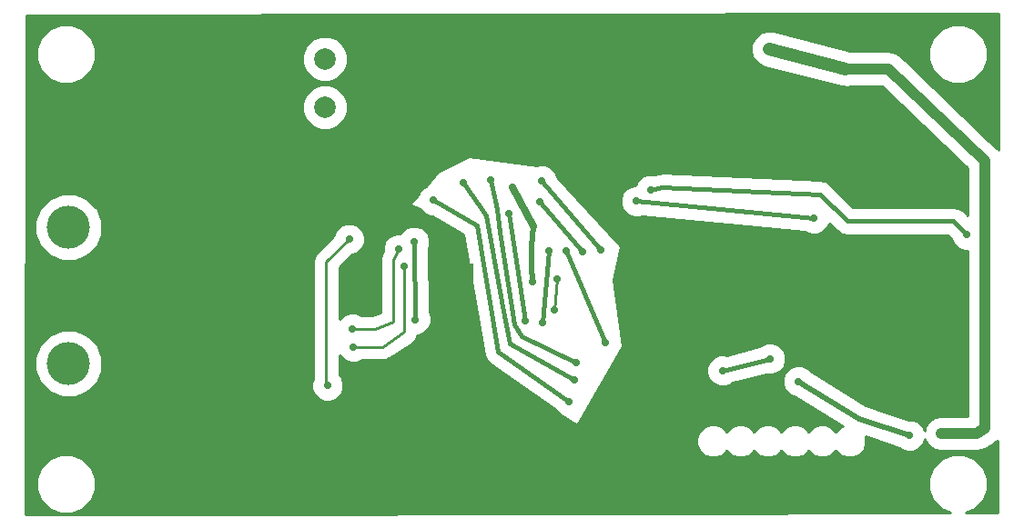
<source format=gbl>
G04 (created by PCBNEW (2013-08-24 BZR 4298)-stable) date Sat 16 Nov 2013 10:00:17 PM PST*
%MOIN*%
G04 Gerber Fmt 3.4, Leading zero omitted, Abs format*
%FSLAX34Y34*%
G01*
G70*
G90*
G04 APERTURE LIST*
%ADD10C,0.005906*%
%ADD11C,0.023622*%
%ADD12R,0.098400X0.098400*%
%ADD13C,0.157480*%
%ADD14C,0.078700*%
%ADD15C,0.027559*%
%ADD16C,0.027559*%
%ADD17C,0.019685*%
%ADD18C,0.039370*%
%ADD19C,0.047244*%
%ADD20C,0.015748*%
%ADD21C,0.009843*%
%ADD22C,0.010000*%
G04 APERTURE END LIST*
G54D10*
G54D11*
X26618Y-42019D03*
X26318Y-41719D03*
X26318Y-42319D03*
X26918Y-41719D03*
X26918Y-42319D03*
G54D12*
X26618Y-42019D03*
G54D13*
X12295Y-45200D03*
X12295Y-40200D03*
G54D14*
X21692Y-35791D03*
X21692Y-34019D03*
G54D15*
X29330Y-40153D03*
X28543Y-38716D03*
X29300Y-42200D03*
X37952Y-33661D03*
X44263Y-47763D03*
X25003Y-43582D03*
X24948Y-40736D03*
X39590Y-39870D03*
X33090Y-39240D03*
X29035Y-43622D03*
X28437Y-39708D03*
X30511Y-41062D03*
X31968Y-44429D03*
X43070Y-36500D03*
X25011Y-38610D03*
X18358Y-47059D03*
X21188Y-39149D03*
X28779Y-36082D03*
X18062Y-35464D03*
X23503Y-42952D03*
X30779Y-47940D03*
X42547Y-48905D03*
X35295Y-46799D03*
X40271Y-43110D03*
X40334Y-40948D03*
X31480Y-39437D03*
X12736Y-37224D03*
X43090Y-47834D03*
X39027Y-45846D03*
X30098Y-43232D03*
X30177Y-42106D03*
X22574Y-40629D03*
X21779Y-46000D03*
X30889Y-45165D03*
X27748Y-38472D03*
X30814Y-45787D03*
X26748Y-38547D03*
X30637Y-46586D03*
X25649Y-39208D03*
X29645Y-43700D03*
X29877Y-41062D03*
X29629Y-38488D03*
X31783Y-41031D03*
X36240Y-45452D03*
X37980Y-45019D03*
X45196Y-40468D03*
X33610Y-38830D03*
X24397Y-41007D03*
X22688Y-43921D03*
X24598Y-41637D03*
X22728Y-44582D03*
X31122Y-41082D03*
X29566Y-39271D03*
G54D16*
X28543Y-38716D02*
X29330Y-40153D01*
G54D17*
X29271Y-40905D02*
X29330Y-40153D01*
X29251Y-41620D02*
X29271Y-40905D01*
X29300Y-42200D02*
X29251Y-41620D01*
G54D18*
X40744Y-34385D02*
X42330Y-34385D01*
G54D19*
X37952Y-33661D02*
X40744Y-34385D01*
G54D18*
X45539Y-47763D02*
X44263Y-47763D01*
X45854Y-47578D02*
X45539Y-47763D01*
X45854Y-37763D02*
X45854Y-47578D01*
X42330Y-34385D02*
X45854Y-37763D01*
G54D20*
X24948Y-40736D02*
X25003Y-43582D01*
X39590Y-39870D02*
X33090Y-39240D01*
X29035Y-43622D02*
X28744Y-41854D01*
X28744Y-41854D02*
X28437Y-39708D01*
X31968Y-44429D02*
X30511Y-41062D01*
G54D17*
X25011Y-38610D02*
X25011Y-38570D01*
G54D18*
X28779Y-36082D02*
X28799Y-36062D01*
X18062Y-35464D02*
X18062Y-35523D01*
G54D16*
X23503Y-42952D02*
X23503Y-42964D01*
G54D18*
X42547Y-48905D02*
X42547Y-48885D01*
G54D20*
X35295Y-46799D02*
X35326Y-46814D01*
G54D21*
X40334Y-40948D02*
X40334Y-40940D01*
G54D18*
X12736Y-37224D02*
X12755Y-37224D01*
G54D17*
X41251Y-47232D02*
X43090Y-47834D01*
X39027Y-45846D02*
X41251Y-47232D01*
G54D21*
X30098Y-43232D02*
X30177Y-42106D01*
X21736Y-41468D02*
X22574Y-40629D01*
X21736Y-45956D02*
X21736Y-41468D01*
X21779Y-46000D02*
X21736Y-45956D01*
G54D20*
X30889Y-45165D02*
X28901Y-44208D01*
X28901Y-44208D02*
X28633Y-43751D01*
X28633Y-43751D02*
X28098Y-40362D01*
X27992Y-39515D02*
X27748Y-38472D01*
X28098Y-40362D02*
X27992Y-39515D01*
X30814Y-45787D02*
X28456Y-44476D01*
X28456Y-44476D02*
X28177Y-43094D01*
X27586Y-39759D02*
X26748Y-38547D01*
X28177Y-43094D02*
X27586Y-39759D01*
X30637Y-46586D02*
X28035Y-44775D01*
X28035Y-44775D02*
X27244Y-40114D01*
X27244Y-40114D02*
X25649Y-39208D01*
X29877Y-41062D02*
X29645Y-43700D01*
X31783Y-41031D02*
X29629Y-38488D01*
X36240Y-45452D02*
X37980Y-45019D01*
X44704Y-39976D02*
X45196Y-40468D01*
X40814Y-39976D02*
X44704Y-39976D01*
X39822Y-38984D02*
X40814Y-39976D01*
X34011Y-38724D02*
X39822Y-38984D01*
X33610Y-38830D02*
X34011Y-38724D01*
G54D21*
X23519Y-43921D02*
X22688Y-43921D01*
X24200Y-43661D02*
X23519Y-43921D01*
X24200Y-41409D02*
X24200Y-43661D01*
X24397Y-41007D02*
X24200Y-41409D01*
X23787Y-44582D02*
X22728Y-44582D01*
X24602Y-44039D02*
X23787Y-44582D01*
X24582Y-41653D02*
X24602Y-44039D01*
X24598Y-41637D02*
X24582Y-41653D01*
G54D20*
X29566Y-39271D02*
X31122Y-41082D01*
G54D10*
G36*
X46349Y-32353D02*
X46338Y-37357D01*
X46307Y-37310D01*
X46301Y-37307D01*
X46297Y-37301D01*
X45965Y-36983D01*
X45965Y-33643D01*
X45800Y-33245D01*
X45496Y-32940D01*
X45098Y-32774D01*
X44667Y-32774D01*
X44268Y-32939D01*
X43963Y-33243D01*
X43798Y-33641D01*
X43798Y-34072D01*
X43962Y-34471D01*
X44267Y-34776D01*
X44665Y-34941D01*
X45096Y-34941D01*
X45494Y-34777D01*
X45799Y-34472D01*
X45965Y-34074D01*
X45965Y-33643D01*
X45965Y-36983D01*
X42773Y-33923D01*
X42674Y-33859D01*
X42575Y-33794D01*
X42569Y-33792D01*
X42563Y-33788D01*
X42446Y-33768D01*
X42330Y-33745D01*
X40951Y-33745D01*
X40914Y-33727D01*
X38123Y-33003D01*
X37858Y-32988D01*
X37608Y-33075D01*
X37410Y-33251D01*
X37294Y-33490D01*
X37279Y-33755D01*
X37366Y-34006D01*
X37543Y-34204D01*
X37781Y-34319D01*
X40573Y-35043D01*
X40838Y-35059D01*
X40932Y-35026D01*
X42073Y-35026D01*
X45213Y-38037D01*
X45213Y-39746D01*
X45074Y-39606D01*
X44904Y-39493D01*
X44704Y-39453D01*
X41031Y-39453D01*
X40192Y-38614D01*
X40117Y-38564D01*
X40044Y-38510D01*
X40032Y-38508D01*
X40022Y-38501D01*
X39934Y-38483D01*
X39846Y-38462D01*
X34035Y-38202D01*
X33957Y-38214D01*
X33878Y-38219D01*
X33741Y-38255D01*
X33726Y-38249D01*
X33495Y-38249D01*
X33281Y-38337D01*
X33117Y-38500D01*
X33052Y-38658D01*
X32975Y-38658D01*
X32761Y-38746D01*
X32597Y-38910D01*
X32509Y-39123D01*
X32508Y-39355D01*
X32597Y-39569D01*
X32760Y-39732D01*
X32974Y-39821D01*
X33205Y-39821D01*
X33295Y-39784D01*
X39261Y-40363D01*
X39474Y-40451D01*
X39705Y-40451D01*
X39919Y-40363D01*
X40083Y-40199D01*
X40146Y-40046D01*
X40445Y-40345D01*
X40615Y-40459D01*
X40814Y-40498D01*
X44488Y-40498D01*
X44644Y-40655D01*
X44703Y-40797D01*
X44867Y-40961D01*
X45080Y-41049D01*
X45213Y-41050D01*
X45213Y-47123D01*
X44263Y-47123D01*
X44018Y-47171D01*
X43810Y-47310D01*
X43671Y-47518D01*
X43645Y-47653D01*
X43583Y-47505D01*
X43420Y-47341D01*
X43206Y-47253D01*
X43056Y-47253D01*
X41483Y-46737D01*
X39514Y-45510D01*
X39357Y-45353D01*
X39143Y-45265D01*
X38912Y-45264D01*
X38698Y-45353D01*
X38561Y-45489D01*
X38561Y-44904D01*
X38473Y-44690D01*
X38310Y-44527D01*
X38096Y-44438D01*
X37865Y-44438D01*
X37651Y-44526D01*
X37602Y-44575D01*
X36377Y-44880D01*
X36356Y-44871D01*
X36124Y-44871D01*
X35911Y-44959D01*
X35747Y-45122D01*
X35658Y-45336D01*
X35658Y-45567D01*
X35746Y-45781D01*
X35910Y-45945D01*
X36123Y-46034D01*
X36355Y-46034D01*
X36569Y-45946D01*
X36618Y-45897D01*
X37842Y-45592D01*
X37864Y-45601D01*
X38095Y-45601D01*
X38309Y-45512D01*
X38472Y-45349D01*
X38561Y-45135D01*
X38561Y-44904D01*
X38561Y-45489D01*
X38534Y-45516D01*
X38446Y-45730D01*
X38445Y-45961D01*
X38534Y-46175D01*
X38697Y-46339D01*
X38911Y-46427D01*
X38935Y-46427D01*
X40639Y-47489D01*
X40552Y-47525D01*
X40394Y-47682D01*
X40235Y-47524D01*
X40014Y-47431D01*
X39774Y-47431D01*
X39552Y-47523D01*
X39394Y-47680D01*
X39239Y-47526D01*
X39018Y-47433D01*
X38778Y-47433D01*
X38556Y-47525D01*
X38398Y-47682D01*
X38239Y-47524D01*
X38018Y-47431D01*
X37778Y-47431D01*
X37556Y-47523D01*
X37398Y-47680D01*
X37243Y-47526D01*
X37022Y-47433D01*
X36782Y-47433D01*
X36560Y-47525D01*
X36402Y-47682D01*
X36243Y-47524D01*
X36022Y-47431D01*
X35782Y-47431D01*
X35560Y-47523D01*
X35390Y-47693D01*
X35297Y-47914D01*
X35297Y-48155D01*
X35389Y-48377D01*
X35559Y-48546D01*
X35780Y-48639D01*
X36021Y-48639D01*
X36243Y-48547D01*
X36400Y-48390D01*
X36559Y-48548D01*
X36780Y-48641D01*
X37021Y-48641D01*
X37243Y-48549D01*
X37400Y-48392D01*
X37555Y-48546D01*
X37776Y-48639D01*
X38017Y-48639D01*
X38239Y-48547D01*
X38396Y-48390D01*
X38555Y-48548D01*
X38776Y-48641D01*
X39017Y-48641D01*
X39239Y-48549D01*
X39396Y-48392D01*
X39551Y-48546D01*
X39772Y-48639D01*
X40013Y-48639D01*
X40235Y-48547D01*
X40392Y-48390D01*
X40551Y-48548D01*
X40772Y-48641D01*
X41013Y-48641D01*
X41235Y-48549D01*
X41405Y-48379D01*
X41497Y-48158D01*
X41497Y-47917D01*
X41480Y-47877D01*
X42715Y-48282D01*
X42760Y-48327D01*
X42974Y-48416D01*
X43205Y-48416D01*
X43419Y-48327D01*
X43583Y-48164D01*
X43664Y-47969D01*
X43671Y-48008D01*
X43810Y-48216D01*
X44018Y-48355D01*
X44263Y-48404D01*
X45539Y-48404D01*
X45583Y-48395D01*
X45627Y-48398D01*
X45704Y-48371D01*
X45784Y-48355D01*
X45821Y-48330D01*
X45863Y-48316D01*
X46178Y-48131D01*
X46239Y-48076D01*
X46307Y-48031D01*
X46314Y-48021D01*
X46308Y-50658D01*
X45164Y-50661D01*
X45494Y-50525D01*
X45799Y-50220D01*
X45965Y-49822D01*
X45965Y-49391D01*
X45800Y-48993D01*
X45496Y-48688D01*
X45098Y-48523D01*
X44667Y-48522D01*
X44268Y-48687D01*
X43963Y-48991D01*
X43798Y-49389D01*
X43798Y-49820D01*
X43962Y-50219D01*
X44267Y-50524D01*
X44601Y-50663D01*
X32593Y-50693D01*
X32593Y-44568D01*
X32250Y-42124D01*
X32537Y-40911D01*
X30202Y-38351D01*
X30123Y-38159D01*
X29959Y-37995D01*
X29746Y-37906D01*
X29514Y-37906D01*
X29470Y-37924D01*
X26958Y-37606D01*
X25836Y-38167D01*
X25382Y-38689D01*
X25320Y-38715D01*
X25156Y-38878D01*
X25100Y-39014D01*
X24787Y-39375D01*
X25160Y-39541D01*
X25319Y-39701D01*
X25533Y-39790D01*
X25615Y-39790D01*
X26770Y-40446D01*
X27520Y-44863D01*
X27521Y-44865D01*
X27521Y-44867D01*
X27557Y-44960D01*
X27573Y-45002D01*
X27579Y-45058D01*
X27635Y-45099D01*
X27664Y-45129D01*
X27733Y-45201D01*
X27735Y-45202D01*
X27737Y-45204D01*
X28955Y-46052D01*
X30141Y-46909D01*
X30144Y-46915D01*
X30307Y-47079D01*
X30471Y-47147D01*
X30909Y-47463D01*
X32593Y-44568D01*
X32593Y-50693D01*
X25585Y-50711D01*
X25585Y-43467D01*
X25521Y-43311D01*
X25476Y-40982D01*
X25530Y-40852D01*
X25530Y-40621D01*
X25442Y-40407D01*
X25278Y-40243D01*
X25064Y-40154D01*
X24833Y-40154D01*
X24619Y-40242D01*
X24456Y-40406D01*
X24447Y-40426D01*
X24282Y-40426D01*
X24068Y-40514D01*
X23904Y-40678D01*
X23816Y-40891D01*
X23816Y-41074D01*
X23758Y-41192D01*
X23754Y-41207D01*
X23745Y-41220D01*
X23729Y-41300D01*
X23708Y-41378D01*
X23710Y-41393D01*
X23707Y-41409D01*
X23707Y-43321D01*
X23428Y-43428D01*
X23018Y-43428D01*
X22805Y-43339D01*
X22573Y-43339D01*
X22360Y-43428D01*
X22229Y-43558D01*
X22229Y-41672D01*
X22690Y-41211D01*
X22903Y-41123D01*
X23067Y-40959D01*
X23156Y-40746D01*
X23156Y-40514D01*
X23068Y-40300D01*
X22904Y-40137D01*
X22690Y-40048D01*
X22530Y-40048D01*
X22530Y-35625D01*
X22530Y-33853D01*
X22403Y-33546D01*
X22167Y-33310D01*
X21860Y-33182D01*
X21527Y-33182D01*
X21219Y-33309D01*
X20983Y-33544D01*
X20855Y-33852D01*
X20855Y-34185D01*
X20982Y-34493D01*
X21218Y-34728D01*
X21525Y-34856D01*
X21858Y-34856D01*
X22166Y-34729D01*
X22402Y-34494D01*
X22529Y-34186D01*
X22530Y-33853D01*
X22530Y-35625D01*
X22403Y-35318D01*
X22167Y-35082D01*
X21860Y-34954D01*
X21527Y-34954D01*
X21219Y-35081D01*
X20983Y-35316D01*
X20855Y-35624D01*
X20855Y-35957D01*
X20982Y-36265D01*
X21218Y-36500D01*
X21525Y-36628D01*
X21858Y-36628D01*
X22166Y-36501D01*
X22402Y-36266D01*
X22529Y-35958D01*
X22530Y-35625D01*
X22530Y-40048D01*
X22459Y-40048D01*
X22245Y-40136D01*
X22082Y-40300D01*
X21993Y-40513D01*
X21993Y-40514D01*
X21387Y-41119D01*
X21280Y-41279D01*
X21243Y-41468D01*
X21243Y-45775D01*
X21198Y-45883D01*
X21197Y-46115D01*
X21286Y-46328D01*
X21449Y-46492D01*
X21663Y-46581D01*
X21894Y-46581D01*
X22108Y-46493D01*
X22272Y-46329D01*
X22360Y-46116D01*
X22361Y-45884D01*
X22272Y-45671D01*
X22229Y-45627D01*
X22229Y-44897D01*
X22235Y-44911D01*
X22398Y-45075D01*
X22612Y-45164D01*
X22843Y-45164D01*
X23057Y-45075D01*
X23057Y-45075D01*
X23787Y-45075D01*
X23834Y-45066D01*
X23883Y-45066D01*
X23928Y-45047D01*
X23976Y-45038D01*
X24016Y-45011D01*
X24060Y-44992D01*
X24875Y-44449D01*
X24911Y-44413D01*
X24953Y-44385D01*
X24979Y-44346D01*
X25011Y-44313D01*
X25031Y-44266D01*
X25059Y-44224D01*
X25067Y-44178D01*
X25073Y-44164D01*
X25119Y-44164D01*
X25332Y-44075D01*
X25496Y-43912D01*
X25585Y-43698D01*
X25585Y-43467D01*
X25585Y-50711D01*
X23090Y-50717D01*
X13526Y-50717D01*
X13526Y-44956D01*
X13526Y-39956D01*
X13339Y-39504D01*
X13288Y-39453D01*
X13288Y-33643D01*
X13123Y-33245D01*
X12819Y-32940D01*
X12421Y-32774D01*
X11990Y-32774D01*
X11591Y-32939D01*
X11286Y-33243D01*
X11121Y-33641D01*
X11121Y-34072D01*
X11285Y-34471D01*
X11590Y-34776D01*
X11988Y-34941D01*
X12419Y-34941D01*
X12817Y-34777D01*
X13122Y-34472D01*
X13288Y-34074D01*
X13288Y-33643D01*
X13288Y-39453D01*
X12993Y-39157D01*
X12541Y-38969D01*
X12051Y-38969D01*
X11598Y-39156D01*
X11252Y-39502D01*
X11064Y-39954D01*
X11063Y-40444D01*
X11250Y-40897D01*
X11597Y-41243D01*
X12049Y-41431D01*
X12539Y-41432D01*
X12991Y-41245D01*
X13338Y-40899D01*
X13526Y-40446D01*
X13526Y-39956D01*
X13526Y-44956D01*
X13339Y-44504D01*
X12993Y-44157D01*
X12541Y-43969D01*
X12051Y-43969D01*
X11598Y-44156D01*
X11252Y-44502D01*
X11064Y-44954D01*
X11063Y-45444D01*
X11250Y-45897D01*
X11597Y-46243D01*
X12049Y-46431D01*
X12539Y-46432D01*
X12991Y-46245D01*
X13338Y-45899D01*
X13526Y-45446D01*
X13526Y-44956D01*
X13526Y-50717D01*
X13288Y-50717D01*
X13288Y-49391D01*
X13123Y-48993D01*
X12819Y-48688D01*
X12421Y-48523D01*
X11990Y-48522D01*
X11591Y-48687D01*
X11286Y-48991D01*
X11121Y-49389D01*
X11121Y-49820D01*
X11285Y-50219D01*
X11590Y-50524D01*
X11988Y-50689D01*
X12419Y-50689D01*
X12817Y-50525D01*
X13122Y-50220D01*
X13288Y-49822D01*
X13288Y-49391D01*
X13288Y-50717D01*
X10731Y-50717D01*
X10758Y-32419D01*
X44795Y-32353D01*
X46349Y-32353D01*
X46349Y-32353D01*
G37*
G54D22*
X46349Y-32353D02*
X46338Y-37357D01*
X46307Y-37310D01*
X46301Y-37307D01*
X46297Y-37301D01*
X45965Y-36983D01*
X45965Y-33643D01*
X45800Y-33245D01*
X45496Y-32940D01*
X45098Y-32774D01*
X44667Y-32774D01*
X44268Y-32939D01*
X43963Y-33243D01*
X43798Y-33641D01*
X43798Y-34072D01*
X43962Y-34471D01*
X44267Y-34776D01*
X44665Y-34941D01*
X45096Y-34941D01*
X45494Y-34777D01*
X45799Y-34472D01*
X45965Y-34074D01*
X45965Y-33643D01*
X45965Y-36983D01*
X42773Y-33923D01*
X42674Y-33859D01*
X42575Y-33794D01*
X42569Y-33792D01*
X42563Y-33788D01*
X42446Y-33768D01*
X42330Y-33745D01*
X40951Y-33745D01*
X40914Y-33727D01*
X38123Y-33003D01*
X37858Y-32988D01*
X37608Y-33075D01*
X37410Y-33251D01*
X37294Y-33490D01*
X37279Y-33755D01*
X37366Y-34006D01*
X37543Y-34204D01*
X37781Y-34319D01*
X40573Y-35043D01*
X40838Y-35059D01*
X40932Y-35026D01*
X42073Y-35026D01*
X45213Y-38037D01*
X45213Y-39746D01*
X45074Y-39606D01*
X44904Y-39493D01*
X44704Y-39453D01*
X41031Y-39453D01*
X40192Y-38614D01*
X40117Y-38564D01*
X40044Y-38510D01*
X40032Y-38508D01*
X40022Y-38501D01*
X39934Y-38483D01*
X39846Y-38462D01*
X34035Y-38202D01*
X33957Y-38214D01*
X33878Y-38219D01*
X33741Y-38255D01*
X33726Y-38249D01*
X33495Y-38249D01*
X33281Y-38337D01*
X33117Y-38500D01*
X33052Y-38658D01*
X32975Y-38658D01*
X32761Y-38746D01*
X32597Y-38910D01*
X32509Y-39123D01*
X32508Y-39355D01*
X32597Y-39569D01*
X32760Y-39732D01*
X32974Y-39821D01*
X33205Y-39821D01*
X33295Y-39784D01*
X39261Y-40363D01*
X39474Y-40451D01*
X39705Y-40451D01*
X39919Y-40363D01*
X40083Y-40199D01*
X40146Y-40046D01*
X40445Y-40345D01*
X40615Y-40459D01*
X40814Y-40498D01*
X44488Y-40498D01*
X44644Y-40655D01*
X44703Y-40797D01*
X44867Y-40961D01*
X45080Y-41049D01*
X45213Y-41050D01*
X45213Y-47123D01*
X44263Y-47123D01*
X44018Y-47171D01*
X43810Y-47310D01*
X43671Y-47518D01*
X43645Y-47653D01*
X43583Y-47505D01*
X43420Y-47341D01*
X43206Y-47253D01*
X43056Y-47253D01*
X41483Y-46737D01*
X39514Y-45510D01*
X39357Y-45353D01*
X39143Y-45265D01*
X38912Y-45264D01*
X38698Y-45353D01*
X38561Y-45489D01*
X38561Y-44904D01*
X38473Y-44690D01*
X38310Y-44527D01*
X38096Y-44438D01*
X37865Y-44438D01*
X37651Y-44526D01*
X37602Y-44575D01*
X36377Y-44880D01*
X36356Y-44871D01*
X36124Y-44871D01*
X35911Y-44959D01*
X35747Y-45122D01*
X35658Y-45336D01*
X35658Y-45567D01*
X35746Y-45781D01*
X35910Y-45945D01*
X36123Y-46034D01*
X36355Y-46034D01*
X36569Y-45946D01*
X36618Y-45897D01*
X37842Y-45592D01*
X37864Y-45601D01*
X38095Y-45601D01*
X38309Y-45512D01*
X38472Y-45349D01*
X38561Y-45135D01*
X38561Y-44904D01*
X38561Y-45489D01*
X38534Y-45516D01*
X38446Y-45730D01*
X38445Y-45961D01*
X38534Y-46175D01*
X38697Y-46339D01*
X38911Y-46427D01*
X38935Y-46427D01*
X40639Y-47489D01*
X40552Y-47525D01*
X40394Y-47682D01*
X40235Y-47524D01*
X40014Y-47431D01*
X39774Y-47431D01*
X39552Y-47523D01*
X39394Y-47680D01*
X39239Y-47526D01*
X39018Y-47433D01*
X38778Y-47433D01*
X38556Y-47525D01*
X38398Y-47682D01*
X38239Y-47524D01*
X38018Y-47431D01*
X37778Y-47431D01*
X37556Y-47523D01*
X37398Y-47680D01*
X37243Y-47526D01*
X37022Y-47433D01*
X36782Y-47433D01*
X36560Y-47525D01*
X36402Y-47682D01*
X36243Y-47524D01*
X36022Y-47431D01*
X35782Y-47431D01*
X35560Y-47523D01*
X35390Y-47693D01*
X35297Y-47914D01*
X35297Y-48155D01*
X35389Y-48377D01*
X35559Y-48546D01*
X35780Y-48639D01*
X36021Y-48639D01*
X36243Y-48547D01*
X36400Y-48390D01*
X36559Y-48548D01*
X36780Y-48641D01*
X37021Y-48641D01*
X37243Y-48549D01*
X37400Y-48392D01*
X37555Y-48546D01*
X37776Y-48639D01*
X38017Y-48639D01*
X38239Y-48547D01*
X38396Y-48390D01*
X38555Y-48548D01*
X38776Y-48641D01*
X39017Y-48641D01*
X39239Y-48549D01*
X39396Y-48392D01*
X39551Y-48546D01*
X39772Y-48639D01*
X40013Y-48639D01*
X40235Y-48547D01*
X40392Y-48390D01*
X40551Y-48548D01*
X40772Y-48641D01*
X41013Y-48641D01*
X41235Y-48549D01*
X41405Y-48379D01*
X41497Y-48158D01*
X41497Y-47917D01*
X41480Y-47877D01*
X42715Y-48282D01*
X42760Y-48327D01*
X42974Y-48416D01*
X43205Y-48416D01*
X43419Y-48327D01*
X43583Y-48164D01*
X43664Y-47969D01*
X43671Y-48008D01*
X43810Y-48216D01*
X44018Y-48355D01*
X44263Y-48404D01*
X45539Y-48404D01*
X45583Y-48395D01*
X45627Y-48398D01*
X45704Y-48371D01*
X45784Y-48355D01*
X45821Y-48330D01*
X45863Y-48316D01*
X46178Y-48131D01*
X46239Y-48076D01*
X46307Y-48031D01*
X46314Y-48021D01*
X46308Y-50658D01*
X45164Y-50661D01*
X45494Y-50525D01*
X45799Y-50220D01*
X45965Y-49822D01*
X45965Y-49391D01*
X45800Y-48993D01*
X45496Y-48688D01*
X45098Y-48523D01*
X44667Y-48522D01*
X44268Y-48687D01*
X43963Y-48991D01*
X43798Y-49389D01*
X43798Y-49820D01*
X43962Y-50219D01*
X44267Y-50524D01*
X44601Y-50663D01*
X32593Y-50693D01*
X32593Y-44568D01*
X32250Y-42124D01*
X32537Y-40911D01*
X30202Y-38351D01*
X30123Y-38159D01*
X29959Y-37995D01*
X29746Y-37906D01*
X29514Y-37906D01*
X29470Y-37924D01*
X26958Y-37606D01*
X25836Y-38167D01*
X25382Y-38689D01*
X25320Y-38715D01*
X25156Y-38878D01*
X25100Y-39014D01*
X24787Y-39375D01*
X25160Y-39541D01*
X25319Y-39701D01*
X25533Y-39790D01*
X25615Y-39790D01*
X26770Y-40446D01*
X27520Y-44863D01*
X27521Y-44865D01*
X27521Y-44867D01*
X27557Y-44960D01*
X27573Y-45002D01*
X27579Y-45058D01*
X27635Y-45099D01*
X27664Y-45129D01*
X27733Y-45201D01*
X27735Y-45202D01*
X27737Y-45204D01*
X28955Y-46052D01*
X30141Y-46909D01*
X30144Y-46915D01*
X30307Y-47079D01*
X30471Y-47147D01*
X30909Y-47463D01*
X32593Y-44568D01*
X32593Y-50693D01*
X25585Y-50711D01*
X25585Y-43467D01*
X25521Y-43311D01*
X25476Y-40982D01*
X25530Y-40852D01*
X25530Y-40621D01*
X25442Y-40407D01*
X25278Y-40243D01*
X25064Y-40154D01*
X24833Y-40154D01*
X24619Y-40242D01*
X24456Y-40406D01*
X24447Y-40426D01*
X24282Y-40426D01*
X24068Y-40514D01*
X23904Y-40678D01*
X23816Y-40891D01*
X23816Y-41074D01*
X23758Y-41192D01*
X23754Y-41207D01*
X23745Y-41220D01*
X23729Y-41300D01*
X23708Y-41378D01*
X23710Y-41393D01*
X23707Y-41409D01*
X23707Y-43321D01*
X23428Y-43428D01*
X23018Y-43428D01*
X22805Y-43339D01*
X22573Y-43339D01*
X22360Y-43428D01*
X22229Y-43558D01*
X22229Y-41672D01*
X22690Y-41211D01*
X22903Y-41123D01*
X23067Y-40959D01*
X23156Y-40746D01*
X23156Y-40514D01*
X23068Y-40300D01*
X22904Y-40137D01*
X22690Y-40048D01*
X22530Y-40048D01*
X22530Y-35625D01*
X22530Y-33853D01*
X22403Y-33546D01*
X22167Y-33310D01*
X21860Y-33182D01*
X21527Y-33182D01*
X21219Y-33309D01*
X20983Y-33544D01*
X20855Y-33852D01*
X20855Y-34185D01*
X20982Y-34493D01*
X21218Y-34728D01*
X21525Y-34856D01*
X21858Y-34856D01*
X22166Y-34729D01*
X22402Y-34494D01*
X22529Y-34186D01*
X22530Y-33853D01*
X22530Y-35625D01*
X22403Y-35318D01*
X22167Y-35082D01*
X21860Y-34954D01*
X21527Y-34954D01*
X21219Y-35081D01*
X20983Y-35316D01*
X20855Y-35624D01*
X20855Y-35957D01*
X20982Y-36265D01*
X21218Y-36500D01*
X21525Y-36628D01*
X21858Y-36628D01*
X22166Y-36501D01*
X22402Y-36266D01*
X22529Y-35958D01*
X22530Y-35625D01*
X22530Y-40048D01*
X22459Y-40048D01*
X22245Y-40136D01*
X22082Y-40300D01*
X21993Y-40513D01*
X21993Y-40514D01*
X21387Y-41119D01*
X21280Y-41279D01*
X21243Y-41468D01*
X21243Y-45775D01*
X21198Y-45883D01*
X21197Y-46115D01*
X21286Y-46328D01*
X21449Y-46492D01*
X21663Y-46581D01*
X21894Y-46581D01*
X22108Y-46493D01*
X22272Y-46329D01*
X22360Y-46116D01*
X22361Y-45884D01*
X22272Y-45671D01*
X22229Y-45627D01*
X22229Y-44897D01*
X22235Y-44911D01*
X22398Y-45075D01*
X22612Y-45164D01*
X22843Y-45164D01*
X23057Y-45075D01*
X23057Y-45075D01*
X23787Y-45075D01*
X23834Y-45066D01*
X23883Y-45066D01*
X23928Y-45047D01*
X23976Y-45038D01*
X24016Y-45011D01*
X24060Y-44992D01*
X24875Y-44449D01*
X24911Y-44413D01*
X24953Y-44385D01*
X24979Y-44346D01*
X25011Y-44313D01*
X25031Y-44266D01*
X25059Y-44224D01*
X25067Y-44178D01*
X25073Y-44164D01*
X25119Y-44164D01*
X25332Y-44075D01*
X25496Y-43912D01*
X25585Y-43698D01*
X25585Y-43467D01*
X25585Y-50711D01*
X23090Y-50717D01*
X13526Y-50717D01*
X13526Y-44956D01*
X13526Y-39956D01*
X13339Y-39504D01*
X13288Y-39453D01*
X13288Y-33643D01*
X13123Y-33245D01*
X12819Y-32940D01*
X12421Y-32774D01*
X11990Y-32774D01*
X11591Y-32939D01*
X11286Y-33243D01*
X11121Y-33641D01*
X11121Y-34072D01*
X11285Y-34471D01*
X11590Y-34776D01*
X11988Y-34941D01*
X12419Y-34941D01*
X12817Y-34777D01*
X13122Y-34472D01*
X13288Y-34074D01*
X13288Y-33643D01*
X13288Y-39453D01*
X12993Y-39157D01*
X12541Y-38969D01*
X12051Y-38969D01*
X11598Y-39156D01*
X11252Y-39502D01*
X11064Y-39954D01*
X11063Y-40444D01*
X11250Y-40897D01*
X11597Y-41243D01*
X12049Y-41431D01*
X12539Y-41432D01*
X12991Y-41245D01*
X13338Y-40899D01*
X13526Y-40446D01*
X13526Y-39956D01*
X13526Y-44956D01*
X13339Y-44504D01*
X12993Y-44157D01*
X12541Y-43969D01*
X12051Y-43969D01*
X11598Y-44156D01*
X11252Y-44502D01*
X11064Y-44954D01*
X11063Y-45444D01*
X11250Y-45897D01*
X11597Y-46243D01*
X12049Y-46431D01*
X12539Y-46432D01*
X12991Y-46245D01*
X13338Y-45899D01*
X13526Y-45446D01*
X13526Y-44956D01*
X13526Y-50717D01*
X13288Y-50717D01*
X13288Y-49391D01*
X13123Y-48993D01*
X12819Y-48688D01*
X12421Y-48523D01*
X11990Y-48522D01*
X11591Y-48687D01*
X11286Y-48991D01*
X11121Y-49389D01*
X11121Y-49820D01*
X11285Y-50219D01*
X11590Y-50524D01*
X11988Y-50689D01*
X12419Y-50689D01*
X12817Y-50525D01*
X13122Y-50220D01*
X13288Y-49822D01*
X13288Y-49391D01*
X13288Y-50717D01*
X10731Y-50717D01*
X10758Y-32419D01*
X44795Y-32353D01*
X46349Y-32353D01*
M02*

</source>
